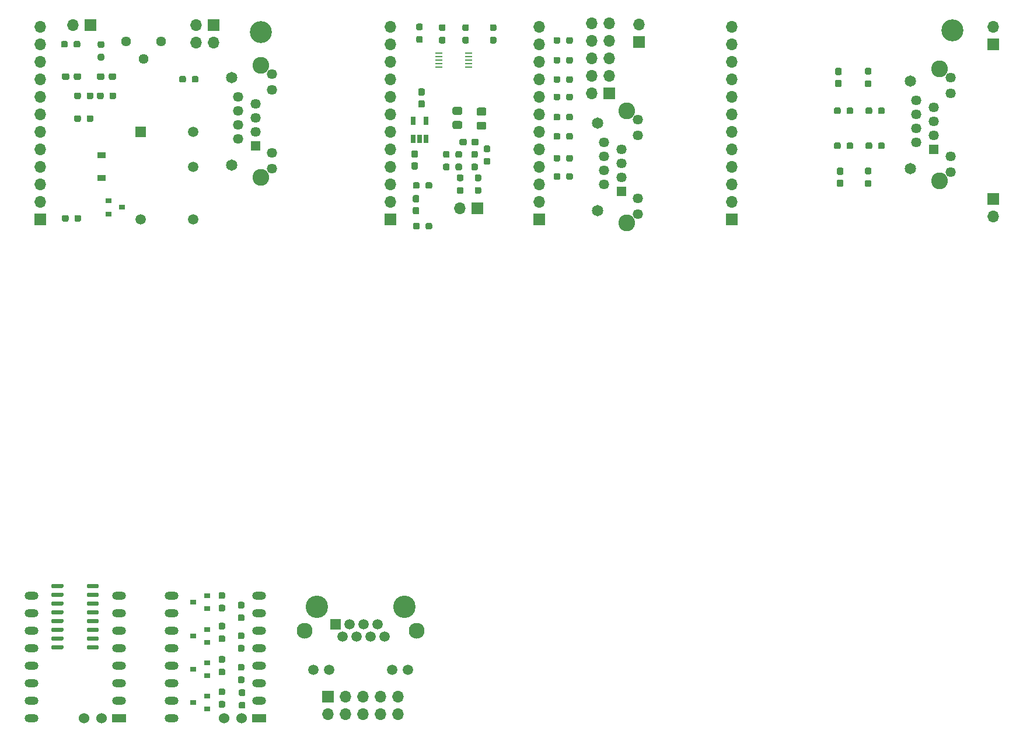
<source format=gts>
G04 #@! TF.GenerationSoftware,KiCad,Pcbnew,(5.1.9)-1*
G04 #@! TF.CreationDate,2021-03-12T17:13:45-06:00*
G04 #@! TF.ProjectId,Torch Module,546f7263-6820-44d6-9f64-756c652e6b69,rev?*
G04 #@! TF.SameCoordinates,Original*
G04 #@! TF.FileFunction,Soldermask,Top*
G04 #@! TF.FilePolarity,Negative*
%FSLAX46Y46*%
G04 Gerber Fmt 4.6, Leading zero omitted, Abs format (unit mm)*
G04 Created by KiCad (PCBNEW (5.1.9)-1) date 2021-03-12 17:13:45*
%MOMM*%
%LPD*%
G01*
G04 APERTURE LIST*
%ADD10C,1.650000*%
%ADD11C,2.430000*%
%ADD12C,1.462000*%
%ADD13R,1.462000X1.462000*%
%ADD14C,3.200000*%
%ADD15C,1.524000*%
%ADD16O,2.000000X1.200000*%
%ADD17R,2.000000X1.200000*%
%ADD18R,1.200000X0.900000*%
%ADD19R,1.700000X1.700000*%
%ADD20O,1.700000X1.700000*%
%ADD21R,1.501140X1.501140*%
%ADD22C,1.501140*%
%ADD23R,0.900000X0.800000*%
%ADD24C,1.440000*%
%ADD25R,0.650000X1.220000*%
%ADD26R,1.100000X0.250000*%
%ADD27R,1.500000X1.500000*%
%ADD28C,1.500000*%
%ADD29C,3.250000*%
%ADD30C,2.300000*%
G04 APERTURE END LIST*
D10*
X102742000Y-83572000D03*
X102742000Y-70872000D03*
D11*
X106982000Y-85352000D03*
X106982000Y-69092000D03*
D12*
X108582000Y-70362000D03*
X108582000Y-72652000D03*
X108582000Y-81792000D03*
X108582000Y-84082000D03*
X103632000Y-73652000D03*
X106172000Y-74672000D03*
X103632000Y-75692000D03*
X106172000Y-76712000D03*
X103632000Y-77732000D03*
X106172000Y-78752000D03*
X103632000Y-79772000D03*
D13*
X106172000Y-80792000D03*
X204598000Y-81294000D03*
D12*
X202058000Y-80274000D03*
X204598000Y-79254000D03*
X202058000Y-78234000D03*
X204598000Y-77214000D03*
X202058000Y-76194000D03*
X204598000Y-75174000D03*
X202058000Y-74154000D03*
X207008000Y-84584000D03*
X207008000Y-82294000D03*
X207008000Y-73154000D03*
X207008000Y-70864000D03*
D11*
X205408000Y-69594000D03*
X205408000Y-85854000D03*
D10*
X201168000Y-71374000D03*
X201168000Y-84074000D03*
X155828000Y-90168000D03*
X155828000Y-77468000D03*
D11*
X160068000Y-91948000D03*
X160068000Y-75688000D03*
D12*
X161668000Y-76958000D03*
X161668000Y-79248000D03*
X161668000Y-88388000D03*
X161668000Y-90678000D03*
X156718000Y-80248000D03*
X159258000Y-81268000D03*
X156718000Y-82288000D03*
X159258000Y-83308000D03*
X156718000Y-84328000D03*
X159258000Y-85348000D03*
X156718000Y-86368000D03*
D13*
X159258000Y-87388000D03*
D14*
X207264000Y-64008000D03*
X106934000Y-64262000D03*
D15*
X104140000Y-163830000D03*
X101600000Y-163830000D03*
D16*
X106680000Y-146050000D03*
X93980000Y-146050000D03*
X106680000Y-148590000D03*
X93980000Y-148590000D03*
X106680000Y-151130000D03*
X93980000Y-151130000D03*
X106680000Y-153670000D03*
X93980000Y-153670000D03*
X106680000Y-156210000D03*
X93980000Y-156210000D03*
X106680000Y-158750000D03*
X93980000Y-158750000D03*
X106680000Y-161290000D03*
X93980000Y-161290000D03*
D17*
X106680000Y-163830000D03*
D16*
X93980000Y-163830000D03*
D15*
X83820000Y-163830000D03*
X81280000Y-163830000D03*
D16*
X86360000Y-146050000D03*
X73660000Y-146050000D03*
X86360000Y-148590000D03*
X73660000Y-148590000D03*
X86360000Y-151130000D03*
X73660000Y-151130000D03*
X86360000Y-153670000D03*
X73660000Y-153670000D03*
X86360000Y-156210000D03*
X73660000Y-156210000D03*
X86360000Y-158750000D03*
X73660000Y-158750000D03*
X86360000Y-161290000D03*
X73660000Y-161290000D03*
D17*
X86360000Y-163830000D03*
D16*
X73660000Y-163830000D03*
G36*
G01*
X85979460Y-73298040D02*
X85979460Y-73773040D01*
G75*
G02*
X85741960Y-74010540I-237500J0D01*
G01*
X85241960Y-74010540D01*
G75*
G02*
X85004460Y-73773040I0J237500D01*
G01*
X85004460Y-73298040D01*
G75*
G02*
X85241960Y-73060540I237500J0D01*
G01*
X85741960Y-73060540D01*
G75*
G02*
X85979460Y-73298040I0J-237500D01*
G01*
G37*
G36*
G01*
X84154460Y-73298040D02*
X84154460Y-73773040D01*
G75*
G02*
X83916960Y-74010540I-237500J0D01*
G01*
X83416960Y-74010540D01*
G75*
G02*
X83179460Y-73773040I0J237500D01*
G01*
X83179460Y-73298040D01*
G75*
G02*
X83416960Y-73060540I237500J0D01*
G01*
X83916960Y-73060540D01*
G75*
G02*
X84154460Y-73298040I0J-237500D01*
G01*
G37*
G36*
G01*
X80899460Y-70504040D02*
X80899460Y-70979040D01*
G75*
G02*
X80661960Y-71216540I-237500J0D01*
G01*
X80061960Y-71216540D01*
G75*
G02*
X79824460Y-70979040I0J237500D01*
G01*
X79824460Y-70504040D01*
G75*
G02*
X80061960Y-70266540I237500J0D01*
G01*
X80661960Y-70266540D01*
G75*
G02*
X80899460Y-70504040I0J-237500D01*
G01*
G37*
G36*
G01*
X79174460Y-70504040D02*
X79174460Y-70979040D01*
G75*
G02*
X78936960Y-71216540I-237500J0D01*
G01*
X78336960Y-71216540D01*
G75*
G02*
X78099460Y-70979040I0J237500D01*
G01*
X78099460Y-70504040D01*
G75*
G02*
X78336960Y-70266540I237500J0D01*
G01*
X78936960Y-70266540D01*
G75*
G02*
X79174460Y-70504040I0J-237500D01*
G01*
G37*
G36*
G01*
X84254460Y-70504040D02*
X84254460Y-70979040D01*
G75*
G02*
X84016960Y-71216540I-237500J0D01*
G01*
X83416960Y-71216540D01*
G75*
G02*
X83179460Y-70979040I0J237500D01*
G01*
X83179460Y-70504040D01*
G75*
G02*
X83416960Y-70266540I237500J0D01*
G01*
X84016960Y-70266540D01*
G75*
G02*
X84254460Y-70504040I0J-237500D01*
G01*
G37*
G36*
G01*
X85979460Y-70504040D02*
X85979460Y-70979040D01*
G75*
G02*
X85741960Y-71216540I-237500J0D01*
G01*
X85141960Y-71216540D01*
G75*
G02*
X84904460Y-70979040I0J237500D01*
G01*
X84904460Y-70504040D01*
G75*
G02*
X85141960Y-70266540I237500J0D01*
G01*
X85741960Y-70266540D01*
G75*
G02*
X85979460Y-70504040I0J-237500D01*
G01*
G37*
D18*
X83817460Y-82172540D03*
X83817460Y-85472540D03*
D19*
X74930000Y-91440000D03*
D20*
X74930000Y-88900000D03*
X74930000Y-86360000D03*
X74930000Y-83820000D03*
X74930000Y-81280000D03*
X74930000Y-78740000D03*
X74930000Y-76200000D03*
X74930000Y-73660000D03*
X74930000Y-71120000D03*
X74930000Y-68580000D03*
X74930000Y-66040000D03*
X74930000Y-63500000D03*
D21*
X89532460Y-78742540D03*
D22*
X97152460Y-78742540D03*
X97152460Y-83822540D03*
X89532460Y-91442540D03*
X97152460Y-91442540D03*
D23*
X84849460Y-88765340D03*
X84849460Y-90665340D03*
X86849460Y-89715340D03*
G36*
G01*
X97920000Y-70882500D02*
X97920000Y-71357500D01*
G75*
G02*
X97682500Y-71595000I-237500J0D01*
G01*
X97182500Y-71595000D01*
G75*
G02*
X96945000Y-71357500I0J237500D01*
G01*
X96945000Y-70882500D01*
G75*
G02*
X97182500Y-70645000I237500J0D01*
G01*
X97682500Y-70645000D01*
G75*
G02*
X97920000Y-70882500I0J-237500D01*
G01*
G37*
G36*
G01*
X96095000Y-70882500D02*
X96095000Y-71357500D01*
G75*
G02*
X95857500Y-71595000I-237500J0D01*
G01*
X95357500Y-71595000D01*
G75*
G02*
X95120000Y-71357500I0J237500D01*
G01*
X95120000Y-70882500D01*
G75*
G02*
X95357500Y-70645000I237500J0D01*
G01*
X95857500Y-70645000D01*
G75*
G02*
X96095000Y-70882500I0J-237500D01*
G01*
G37*
G36*
G01*
X83539960Y-65607540D02*
X84014960Y-65607540D01*
G75*
G02*
X84252460Y-65845040I0J-237500D01*
G01*
X84252460Y-66345040D01*
G75*
G02*
X84014960Y-66582540I-237500J0D01*
G01*
X83539960Y-66582540D01*
G75*
G02*
X83302460Y-66345040I0J237500D01*
G01*
X83302460Y-65845040D01*
G75*
G02*
X83539960Y-65607540I237500J0D01*
G01*
G37*
G36*
G01*
X83539960Y-67432540D02*
X84014960Y-67432540D01*
G75*
G02*
X84252460Y-67670040I0J-237500D01*
G01*
X84252460Y-68170040D01*
G75*
G02*
X84014960Y-68407540I-237500J0D01*
G01*
X83539960Y-68407540D01*
G75*
G02*
X83302460Y-68170040I0J237500D01*
G01*
X83302460Y-67670040D01*
G75*
G02*
X83539960Y-67432540I237500J0D01*
G01*
G37*
G36*
G01*
X79074460Y-91078040D02*
X79074460Y-91553040D01*
G75*
G02*
X78836960Y-91790540I-237500J0D01*
G01*
X78336960Y-91790540D01*
G75*
G02*
X78099460Y-91553040I0J237500D01*
G01*
X78099460Y-91078040D01*
G75*
G02*
X78336960Y-90840540I237500J0D01*
G01*
X78836960Y-90840540D01*
G75*
G02*
X79074460Y-91078040I0J-237500D01*
G01*
G37*
G36*
G01*
X80899460Y-91078040D02*
X80899460Y-91553040D01*
G75*
G02*
X80661960Y-91790540I-237500J0D01*
G01*
X80161960Y-91790540D01*
G75*
G02*
X79924460Y-91553040I0J237500D01*
G01*
X79924460Y-91078040D01*
G75*
G02*
X80161960Y-90840540I237500J0D01*
G01*
X80661960Y-90840540D01*
G75*
G02*
X80899460Y-91078040I0J-237500D01*
G01*
G37*
G36*
G01*
X77972460Y-66280040D02*
X77972460Y-65805040D01*
G75*
G02*
X78209960Y-65567540I237500J0D01*
G01*
X78709960Y-65567540D01*
G75*
G02*
X78947460Y-65805040I0J-237500D01*
G01*
X78947460Y-66280040D01*
G75*
G02*
X78709960Y-66517540I-237500J0D01*
G01*
X78209960Y-66517540D01*
G75*
G02*
X77972460Y-66280040I0J237500D01*
G01*
G37*
G36*
G01*
X79797460Y-66280040D02*
X79797460Y-65805040D01*
G75*
G02*
X80034960Y-65567540I237500J0D01*
G01*
X80534960Y-65567540D01*
G75*
G02*
X80772460Y-65805040I0J-237500D01*
G01*
X80772460Y-66280040D01*
G75*
G02*
X80534960Y-66517540I-237500J0D01*
G01*
X80034960Y-66517540D01*
G75*
G02*
X79797460Y-66280040I0J237500D01*
G01*
G37*
G36*
G01*
X83462540Y-153395540D02*
X83462540Y-153695540D01*
G75*
G02*
X83312540Y-153845540I-150000J0D01*
G01*
X81862540Y-153845540D01*
G75*
G02*
X81712540Y-153695540I0J150000D01*
G01*
X81712540Y-153395540D01*
G75*
G02*
X81862540Y-153245540I150000J0D01*
G01*
X83312540Y-153245540D01*
G75*
G02*
X83462540Y-153395540I0J-150000D01*
G01*
G37*
G36*
G01*
X83462540Y-152125540D02*
X83462540Y-152425540D01*
G75*
G02*
X83312540Y-152575540I-150000J0D01*
G01*
X81862540Y-152575540D01*
G75*
G02*
X81712540Y-152425540I0J150000D01*
G01*
X81712540Y-152125540D01*
G75*
G02*
X81862540Y-151975540I150000J0D01*
G01*
X83312540Y-151975540D01*
G75*
G02*
X83462540Y-152125540I0J-150000D01*
G01*
G37*
G36*
G01*
X83462540Y-150855540D02*
X83462540Y-151155540D01*
G75*
G02*
X83312540Y-151305540I-150000J0D01*
G01*
X81862540Y-151305540D01*
G75*
G02*
X81712540Y-151155540I0J150000D01*
G01*
X81712540Y-150855540D01*
G75*
G02*
X81862540Y-150705540I150000J0D01*
G01*
X83312540Y-150705540D01*
G75*
G02*
X83462540Y-150855540I0J-150000D01*
G01*
G37*
G36*
G01*
X83462540Y-149585540D02*
X83462540Y-149885540D01*
G75*
G02*
X83312540Y-150035540I-150000J0D01*
G01*
X81862540Y-150035540D01*
G75*
G02*
X81712540Y-149885540I0J150000D01*
G01*
X81712540Y-149585540D01*
G75*
G02*
X81862540Y-149435540I150000J0D01*
G01*
X83312540Y-149435540D01*
G75*
G02*
X83462540Y-149585540I0J-150000D01*
G01*
G37*
G36*
G01*
X83462540Y-148315540D02*
X83462540Y-148615540D01*
G75*
G02*
X83312540Y-148765540I-150000J0D01*
G01*
X81862540Y-148765540D01*
G75*
G02*
X81712540Y-148615540I0J150000D01*
G01*
X81712540Y-148315540D01*
G75*
G02*
X81862540Y-148165540I150000J0D01*
G01*
X83312540Y-148165540D01*
G75*
G02*
X83462540Y-148315540I0J-150000D01*
G01*
G37*
G36*
G01*
X83462540Y-147045540D02*
X83462540Y-147345540D01*
G75*
G02*
X83312540Y-147495540I-150000J0D01*
G01*
X81862540Y-147495540D01*
G75*
G02*
X81712540Y-147345540I0J150000D01*
G01*
X81712540Y-147045540D01*
G75*
G02*
X81862540Y-146895540I150000J0D01*
G01*
X83312540Y-146895540D01*
G75*
G02*
X83462540Y-147045540I0J-150000D01*
G01*
G37*
G36*
G01*
X83462540Y-145775540D02*
X83462540Y-146075540D01*
G75*
G02*
X83312540Y-146225540I-150000J0D01*
G01*
X81862540Y-146225540D01*
G75*
G02*
X81712540Y-146075540I0J150000D01*
G01*
X81712540Y-145775540D01*
G75*
G02*
X81862540Y-145625540I150000J0D01*
G01*
X83312540Y-145625540D01*
G75*
G02*
X83462540Y-145775540I0J-150000D01*
G01*
G37*
G36*
G01*
X83462540Y-144505540D02*
X83462540Y-144805540D01*
G75*
G02*
X83312540Y-144955540I-150000J0D01*
G01*
X81862540Y-144955540D01*
G75*
G02*
X81712540Y-144805540I0J150000D01*
G01*
X81712540Y-144505540D01*
G75*
G02*
X81862540Y-144355540I150000J0D01*
G01*
X83312540Y-144355540D01*
G75*
G02*
X83462540Y-144505540I0J-150000D01*
G01*
G37*
G36*
G01*
X78312540Y-144505540D02*
X78312540Y-144805540D01*
G75*
G02*
X78162540Y-144955540I-150000J0D01*
G01*
X76712540Y-144955540D01*
G75*
G02*
X76562540Y-144805540I0J150000D01*
G01*
X76562540Y-144505540D01*
G75*
G02*
X76712540Y-144355540I150000J0D01*
G01*
X78162540Y-144355540D01*
G75*
G02*
X78312540Y-144505540I0J-150000D01*
G01*
G37*
G36*
G01*
X78312540Y-145775540D02*
X78312540Y-146075540D01*
G75*
G02*
X78162540Y-146225540I-150000J0D01*
G01*
X76712540Y-146225540D01*
G75*
G02*
X76562540Y-146075540I0J150000D01*
G01*
X76562540Y-145775540D01*
G75*
G02*
X76712540Y-145625540I150000J0D01*
G01*
X78162540Y-145625540D01*
G75*
G02*
X78312540Y-145775540I0J-150000D01*
G01*
G37*
G36*
G01*
X78312540Y-147045540D02*
X78312540Y-147345540D01*
G75*
G02*
X78162540Y-147495540I-150000J0D01*
G01*
X76712540Y-147495540D01*
G75*
G02*
X76562540Y-147345540I0J150000D01*
G01*
X76562540Y-147045540D01*
G75*
G02*
X76712540Y-146895540I150000J0D01*
G01*
X78162540Y-146895540D01*
G75*
G02*
X78312540Y-147045540I0J-150000D01*
G01*
G37*
G36*
G01*
X78312540Y-148315540D02*
X78312540Y-148615540D01*
G75*
G02*
X78162540Y-148765540I-150000J0D01*
G01*
X76712540Y-148765540D01*
G75*
G02*
X76562540Y-148615540I0J150000D01*
G01*
X76562540Y-148315540D01*
G75*
G02*
X76712540Y-148165540I150000J0D01*
G01*
X78162540Y-148165540D01*
G75*
G02*
X78312540Y-148315540I0J-150000D01*
G01*
G37*
G36*
G01*
X78312540Y-149585540D02*
X78312540Y-149885540D01*
G75*
G02*
X78162540Y-150035540I-150000J0D01*
G01*
X76712540Y-150035540D01*
G75*
G02*
X76562540Y-149885540I0J150000D01*
G01*
X76562540Y-149585540D01*
G75*
G02*
X76712540Y-149435540I150000J0D01*
G01*
X78162540Y-149435540D01*
G75*
G02*
X78312540Y-149585540I0J-150000D01*
G01*
G37*
G36*
G01*
X78312540Y-150855540D02*
X78312540Y-151155540D01*
G75*
G02*
X78162540Y-151305540I-150000J0D01*
G01*
X76712540Y-151305540D01*
G75*
G02*
X76562540Y-151155540I0J150000D01*
G01*
X76562540Y-150855540D01*
G75*
G02*
X76712540Y-150705540I150000J0D01*
G01*
X78162540Y-150705540D01*
G75*
G02*
X78312540Y-150855540I0J-150000D01*
G01*
G37*
G36*
G01*
X78312540Y-152125540D02*
X78312540Y-152425540D01*
G75*
G02*
X78162540Y-152575540I-150000J0D01*
G01*
X76712540Y-152575540D01*
G75*
G02*
X76562540Y-152425540I0J150000D01*
G01*
X76562540Y-152125540D01*
G75*
G02*
X76712540Y-151975540I150000J0D01*
G01*
X78162540Y-151975540D01*
G75*
G02*
X78312540Y-152125540I0J-150000D01*
G01*
G37*
G36*
G01*
X78312540Y-153395540D02*
X78312540Y-153695540D01*
G75*
G02*
X78162540Y-153845540I-150000J0D01*
G01*
X76712540Y-153845540D01*
G75*
G02*
X76562540Y-153695540I0J150000D01*
G01*
X76562540Y-153395540D01*
G75*
G02*
X76712540Y-153245540I150000J0D01*
G01*
X78162540Y-153245540D01*
G75*
G02*
X78312540Y-153395540I0J-150000D01*
G01*
G37*
D19*
X116704980Y-160745300D03*
D20*
X116704980Y-163285300D03*
X119244980Y-160745300D03*
X119244980Y-163285300D03*
X121784980Y-160745300D03*
X121784980Y-163285300D03*
X124324980Y-160745300D03*
X124324980Y-163285300D03*
X126864980Y-160745300D03*
X126864980Y-163285300D03*
G36*
G01*
X190516500Y-69468540D02*
X190991500Y-69468540D01*
G75*
G02*
X191229000Y-69706040I0J-237500D01*
G01*
X191229000Y-70306040D01*
G75*
G02*
X190991500Y-70543540I-237500J0D01*
G01*
X190516500Y-70543540D01*
G75*
G02*
X190279000Y-70306040I0J237500D01*
G01*
X190279000Y-69706040D01*
G75*
G02*
X190516500Y-69468540I237500J0D01*
G01*
G37*
G36*
G01*
X190516500Y-71193540D02*
X190991500Y-71193540D01*
G75*
G02*
X191229000Y-71431040I0J-237500D01*
G01*
X191229000Y-72031040D01*
G75*
G02*
X190991500Y-72268540I-237500J0D01*
G01*
X190516500Y-72268540D01*
G75*
G02*
X190279000Y-72031040I0J237500D01*
G01*
X190279000Y-71431040D01*
G75*
G02*
X190516500Y-71193540I237500J0D01*
G01*
G37*
G36*
G01*
X191245500Y-85021540D02*
X190770500Y-85021540D01*
G75*
G02*
X190533000Y-84784040I0J237500D01*
G01*
X190533000Y-84184040D01*
G75*
G02*
X190770500Y-83946540I237500J0D01*
G01*
X191245500Y-83946540D01*
G75*
G02*
X191483000Y-84184040I0J-237500D01*
G01*
X191483000Y-84784040D01*
G75*
G02*
X191245500Y-85021540I-237500J0D01*
G01*
G37*
G36*
G01*
X191245500Y-86746540D02*
X190770500Y-86746540D01*
G75*
G02*
X190533000Y-86509040I0J237500D01*
G01*
X190533000Y-85909040D01*
G75*
G02*
X190770500Y-85671540I237500J0D01*
G01*
X191245500Y-85671540D01*
G75*
G02*
X191483000Y-85909040I0J-237500D01*
G01*
X191483000Y-86509040D01*
G75*
G02*
X191245500Y-86746540I-237500J0D01*
G01*
G37*
D19*
X175260000Y-91440000D03*
D20*
X175260000Y-88900000D03*
X175260000Y-86360000D03*
X175260000Y-83820000D03*
X175260000Y-81280000D03*
X175260000Y-78740000D03*
X175260000Y-76200000D03*
X175260000Y-73660000D03*
X175260000Y-71120000D03*
X175260000Y-68580000D03*
X175260000Y-66040000D03*
X175260000Y-63500000D03*
G36*
G01*
X195663000Y-75457040D02*
X195663000Y-75932040D01*
G75*
G02*
X195425500Y-76169540I-237500J0D01*
G01*
X194925500Y-76169540D01*
G75*
G02*
X194688000Y-75932040I0J237500D01*
G01*
X194688000Y-75457040D01*
G75*
G02*
X194925500Y-75219540I237500J0D01*
G01*
X195425500Y-75219540D01*
G75*
G02*
X195663000Y-75457040I0J-237500D01*
G01*
G37*
G36*
G01*
X197488000Y-75457040D02*
X197488000Y-75932040D01*
G75*
G02*
X197250500Y-76169540I-237500J0D01*
G01*
X196750500Y-76169540D01*
G75*
G02*
X196513000Y-75932040I0J237500D01*
G01*
X196513000Y-75457040D01*
G75*
G02*
X196750500Y-75219540I237500J0D01*
G01*
X197250500Y-75219540D01*
G75*
G02*
X197488000Y-75457040I0J-237500D01*
G01*
G37*
G36*
G01*
X197488000Y-80537040D02*
X197488000Y-81012040D01*
G75*
G02*
X197250500Y-81249540I-237500J0D01*
G01*
X196750500Y-81249540D01*
G75*
G02*
X196513000Y-81012040I0J237500D01*
G01*
X196513000Y-80537040D01*
G75*
G02*
X196750500Y-80299540I237500J0D01*
G01*
X197250500Y-80299540D01*
G75*
G02*
X197488000Y-80537040I0J-237500D01*
G01*
G37*
G36*
G01*
X195663000Y-80537040D02*
X195663000Y-81012040D01*
G75*
G02*
X195425500Y-81249540I-237500J0D01*
G01*
X194925500Y-81249540D01*
G75*
G02*
X194688000Y-81012040I0J237500D01*
G01*
X194688000Y-80537040D01*
G75*
G02*
X194925500Y-80299540I237500J0D01*
G01*
X195425500Y-80299540D01*
G75*
G02*
X195663000Y-80537040I0J-237500D01*
G01*
G37*
G36*
G01*
X195309500Y-72268540D02*
X194834500Y-72268540D01*
G75*
G02*
X194597000Y-72031040I0J237500D01*
G01*
X194597000Y-71531040D01*
G75*
G02*
X194834500Y-71293540I237500J0D01*
G01*
X195309500Y-71293540D01*
G75*
G02*
X195547000Y-71531040I0J-237500D01*
G01*
X195547000Y-72031040D01*
G75*
G02*
X195309500Y-72268540I-237500J0D01*
G01*
G37*
G36*
G01*
X195309500Y-70443540D02*
X194834500Y-70443540D01*
G75*
G02*
X194597000Y-70206040I0J237500D01*
G01*
X194597000Y-69706040D01*
G75*
G02*
X194834500Y-69468540I237500J0D01*
G01*
X195309500Y-69468540D01*
G75*
G02*
X195547000Y-69706040I0J-237500D01*
G01*
X195547000Y-70206040D01*
G75*
G02*
X195309500Y-70443540I-237500J0D01*
G01*
G37*
G36*
G01*
X194834500Y-85771540D02*
X195309500Y-85771540D01*
G75*
G02*
X195547000Y-86009040I0J-237500D01*
G01*
X195547000Y-86509040D01*
G75*
G02*
X195309500Y-86746540I-237500J0D01*
G01*
X194834500Y-86746540D01*
G75*
G02*
X194597000Y-86509040I0J237500D01*
G01*
X194597000Y-86009040D01*
G75*
G02*
X194834500Y-85771540I237500J0D01*
G01*
G37*
G36*
G01*
X194834500Y-83946540D02*
X195309500Y-83946540D01*
G75*
G02*
X195547000Y-84184040I0J-237500D01*
G01*
X195547000Y-84684040D01*
G75*
G02*
X195309500Y-84921540I-237500J0D01*
G01*
X194834500Y-84921540D01*
G75*
G02*
X194597000Y-84684040I0J237500D01*
G01*
X194597000Y-84184040D01*
G75*
G02*
X194834500Y-83946540I237500J0D01*
G01*
G37*
G36*
G01*
X191941000Y-75932040D02*
X191941000Y-75457040D01*
G75*
G02*
X192178500Y-75219540I237500J0D01*
G01*
X192678500Y-75219540D01*
G75*
G02*
X192916000Y-75457040I0J-237500D01*
G01*
X192916000Y-75932040D01*
G75*
G02*
X192678500Y-76169540I-237500J0D01*
G01*
X192178500Y-76169540D01*
G75*
G02*
X191941000Y-75932040I0J237500D01*
G01*
G37*
G36*
G01*
X190116000Y-75932040D02*
X190116000Y-75457040D01*
G75*
G02*
X190353500Y-75219540I237500J0D01*
G01*
X190853500Y-75219540D01*
G75*
G02*
X191091000Y-75457040I0J-237500D01*
G01*
X191091000Y-75932040D01*
G75*
G02*
X190853500Y-76169540I-237500J0D01*
G01*
X190353500Y-76169540D01*
G75*
G02*
X190116000Y-75932040I0J237500D01*
G01*
G37*
G36*
G01*
X190116000Y-81012040D02*
X190116000Y-80537040D01*
G75*
G02*
X190353500Y-80299540I237500J0D01*
G01*
X190853500Y-80299540D01*
G75*
G02*
X191091000Y-80537040I0J-237500D01*
G01*
X191091000Y-81012040D01*
G75*
G02*
X190853500Y-81249540I-237500J0D01*
G01*
X190353500Y-81249540D01*
G75*
G02*
X190116000Y-81012040I0J237500D01*
G01*
G37*
G36*
G01*
X191941000Y-81012040D02*
X191941000Y-80537040D01*
G75*
G02*
X192178500Y-80299540I237500J0D01*
G01*
X192678500Y-80299540D01*
G75*
G02*
X192916000Y-80537040I0J-237500D01*
G01*
X192916000Y-81012040D01*
G75*
G02*
X192678500Y-81249540I-237500J0D01*
G01*
X192178500Y-81249540D01*
G75*
G02*
X191941000Y-81012040I0J237500D01*
G01*
G37*
D19*
X147320000Y-91440000D03*
D20*
X147320000Y-88900000D03*
X147320000Y-86360000D03*
X147320000Y-83820000D03*
X147320000Y-81280000D03*
X147320000Y-78740000D03*
X147320000Y-76200000D03*
X147320000Y-73660000D03*
X147320000Y-71120000D03*
X147320000Y-68580000D03*
X147320000Y-66040000D03*
X147320000Y-63500000D03*
G36*
G01*
X82677460Y-73298040D02*
X82677460Y-73773040D01*
G75*
G02*
X82439960Y-74010540I-237500J0D01*
G01*
X81939960Y-74010540D01*
G75*
G02*
X81702460Y-73773040I0J237500D01*
G01*
X81702460Y-73298040D01*
G75*
G02*
X81939960Y-73060540I237500J0D01*
G01*
X82439960Y-73060540D01*
G75*
G02*
X82677460Y-73298040I0J-237500D01*
G01*
G37*
G36*
G01*
X80852460Y-73298040D02*
X80852460Y-73773040D01*
G75*
G02*
X80614960Y-74010540I-237500J0D01*
G01*
X80114960Y-74010540D01*
G75*
G02*
X79877460Y-73773040I0J237500D01*
G01*
X79877460Y-73298040D01*
G75*
G02*
X80114960Y-73060540I237500J0D01*
G01*
X80614960Y-73060540D01*
G75*
G02*
X80852460Y-73298040I0J-237500D01*
G01*
G37*
G36*
G01*
X80852460Y-76600040D02*
X80852460Y-77075040D01*
G75*
G02*
X80614960Y-77312540I-237500J0D01*
G01*
X80114960Y-77312540D01*
G75*
G02*
X79877460Y-77075040I0J237500D01*
G01*
X79877460Y-76600040D01*
G75*
G02*
X80114960Y-76362540I237500J0D01*
G01*
X80614960Y-76362540D01*
G75*
G02*
X80852460Y-76600040I0J-237500D01*
G01*
G37*
G36*
G01*
X82677460Y-76600040D02*
X82677460Y-77075040D01*
G75*
G02*
X82439960Y-77312540I-237500J0D01*
G01*
X81939960Y-77312540D01*
G75*
G02*
X81702460Y-77075040I0J237500D01*
G01*
X81702460Y-76600040D01*
G75*
G02*
X81939960Y-76362540I237500J0D01*
G01*
X82439960Y-76362540D01*
G75*
G02*
X82677460Y-76600040I0J-237500D01*
G01*
G37*
D24*
X92453460Y-65661540D03*
X89913460Y-68201540D03*
X87373460Y-65661540D03*
D19*
X157480000Y-73190100D03*
D20*
X154940000Y-73190100D03*
X157480000Y-70650100D03*
X154940000Y-70650100D03*
X157480000Y-68110100D03*
X154940000Y-68110100D03*
X157480000Y-65570100D03*
X154940000Y-65570100D03*
X157480000Y-63030100D03*
X154940000Y-63030100D03*
D23*
X97143060Y-161559240D03*
X99143060Y-160609240D03*
X99143060Y-162509240D03*
X97143060Y-151907240D03*
X99143060Y-150957240D03*
X99143060Y-152857240D03*
X99143060Y-157683240D03*
X99143060Y-155783240D03*
X97143060Y-156733240D03*
X99159060Y-147970240D03*
X99159060Y-146070240D03*
X97159060Y-147020240D03*
G36*
G01*
X104476560Y-162451240D02*
X104001560Y-162451240D01*
G75*
G02*
X103764060Y-162213740I0J237500D01*
G01*
X103764060Y-161713740D01*
G75*
G02*
X104001560Y-161476240I237500J0D01*
G01*
X104476560Y-161476240D01*
G75*
G02*
X104714060Y-161713740I0J-237500D01*
G01*
X104714060Y-162213740D01*
G75*
G02*
X104476560Y-162451240I-237500J0D01*
G01*
G37*
G36*
G01*
X104476560Y-160626240D02*
X104001560Y-160626240D01*
G75*
G02*
X103764060Y-160388740I0J237500D01*
G01*
X103764060Y-159888740D01*
G75*
G02*
X104001560Y-159651240I237500J0D01*
G01*
X104476560Y-159651240D01*
G75*
G02*
X104714060Y-159888740I0J-237500D01*
G01*
X104714060Y-160388740D01*
G75*
G02*
X104476560Y-160626240I-237500J0D01*
G01*
G37*
G36*
G01*
X101555560Y-160499240D02*
X101080560Y-160499240D01*
G75*
G02*
X100843060Y-160261740I0J237500D01*
G01*
X100843060Y-159761740D01*
G75*
G02*
X101080560Y-159524240I237500J0D01*
G01*
X101555560Y-159524240D01*
G75*
G02*
X101793060Y-159761740I0J-237500D01*
G01*
X101793060Y-160261740D01*
G75*
G02*
X101555560Y-160499240I-237500J0D01*
G01*
G37*
G36*
G01*
X101555560Y-162324240D02*
X101080560Y-162324240D01*
G75*
G02*
X100843060Y-162086740I0J237500D01*
G01*
X100843060Y-161586740D01*
G75*
G02*
X101080560Y-161349240I237500J0D01*
G01*
X101555560Y-161349240D01*
G75*
G02*
X101793060Y-161586740I0J-237500D01*
G01*
X101793060Y-162086740D01*
G75*
G02*
X101555560Y-162324240I-237500J0D01*
G01*
G37*
G36*
G01*
X104349560Y-154196240D02*
X103874560Y-154196240D01*
G75*
G02*
X103637060Y-153958740I0J237500D01*
G01*
X103637060Y-153458740D01*
G75*
G02*
X103874560Y-153221240I237500J0D01*
G01*
X104349560Y-153221240D01*
G75*
G02*
X104587060Y-153458740I0J-237500D01*
G01*
X104587060Y-153958740D01*
G75*
G02*
X104349560Y-154196240I-237500J0D01*
G01*
G37*
G36*
G01*
X104349560Y-152371240D02*
X103874560Y-152371240D01*
G75*
G02*
X103637060Y-152133740I0J237500D01*
G01*
X103637060Y-151633740D01*
G75*
G02*
X103874560Y-151396240I237500J0D01*
G01*
X104349560Y-151396240D01*
G75*
G02*
X104587060Y-151633740I0J-237500D01*
G01*
X104587060Y-152133740D01*
G75*
G02*
X104349560Y-152371240I-237500J0D01*
G01*
G37*
G36*
G01*
X101555560Y-150974240D02*
X101080560Y-150974240D01*
G75*
G02*
X100843060Y-150736740I0J237500D01*
G01*
X100843060Y-150236740D01*
G75*
G02*
X101080560Y-149999240I237500J0D01*
G01*
X101555560Y-149999240D01*
G75*
G02*
X101793060Y-150236740I0J-237500D01*
G01*
X101793060Y-150736740D01*
G75*
G02*
X101555560Y-150974240I-237500J0D01*
G01*
G37*
G36*
G01*
X101555560Y-152799240D02*
X101080560Y-152799240D01*
G75*
G02*
X100843060Y-152561740I0J237500D01*
G01*
X100843060Y-152061740D01*
G75*
G02*
X101080560Y-151824240I237500J0D01*
G01*
X101555560Y-151824240D01*
G75*
G02*
X101793060Y-152061740I0J-237500D01*
G01*
X101793060Y-152561740D01*
G75*
G02*
X101555560Y-152799240I-237500J0D01*
G01*
G37*
G36*
G01*
X104349560Y-158768240D02*
X103874560Y-158768240D01*
G75*
G02*
X103637060Y-158530740I0J237500D01*
G01*
X103637060Y-158030740D01*
G75*
G02*
X103874560Y-157793240I237500J0D01*
G01*
X104349560Y-157793240D01*
G75*
G02*
X104587060Y-158030740I0J-237500D01*
G01*
X104587060Y-158530740D01*
G75*
G02*
X104349560Y-158768240I-237500J0D01*
G01*
G37*
G36*
G01*
X104349560Y-156943240D02*
X103874560Y-156943240D01*
G75*
G02*
X103637060Y-156705740I0J237500D01*
G01*
X103637060Y-156205740D01*
G75*
G02*
X103874560Y-155968240I237500J0D01*
G01*
X104349560Y-155968240D01*
G75*
G02*
X104587060Y-156205740I0J-237500D01*
G01*
X104587060Y-156705740D01*
G75*
G02*
X104349560Y-156943240I-237500J0D01*
G01*
G37*
G36*
G01*
X101555560Y-155800240D02*
X101080560Y-155800240D01*
G75*
G02*
X100843060Y-155562740I0J237500D01*
G01*
X100843060Y-155062740D01*
G75*
G02*
X101080560Y-154825240I237500J0D01*
G01*
X101555560Y-154825240D01*
G75*
G02*
X101793060Y-155062740I0J-237500D01*
G01*
X101793060Y-155562740D01*
G75*
G02*
X101555560Y-155800240I-237500J0D01*
G01*
G37*
G36*
G01*
X101555560Y-157625240D02*
X101080560Y-157625240D01*
G75*
G02*
X100843060Y-157387740I0J237500D01*
G01*
X100843060Y-156887740D01*
G75*
G02*
X101080560Y-156650240I237500J0D01*
G01*
X101555560Y-156650240D01*
G75*
G02*
X101793060Y-156887740I0J-237500D01*
G01*
X101793060Y-157387740D01*
G75*
G02*
X101555560Y-157625240I-237500J0D01*
G01*
G37*
G36*
G01*
X104349560Y-149751240D02*
X103874560Y-149751240D01*
G75*
G02*
X103637060Y-149513740I0J237500D01*
G01*
X103637060Y-149013740D01*
G75*
G02*
X103874560Y-148776240I237500J0D01*
G01*
X104349560Y-148776240D01*
G75*
G02*
X104587060Y-149013740I0J-237500D01*
G01*
X104587060Y-149513740D01*
G75*
G02*
X104349560Y-149751240I-237500J0D01*
G01*
G37*
G36*
G01*
X104349560Y-147926240D02*
X103874560Y-147926240D01*
G75*
G02*
X103637060Y-147688740I0J237500D01*
G01*
X103637060Y-147188740D01*
G75*
G02*
X103874560Y-146951240I237500J0D01*
G01*
X104349560Y-146951240D01*
G75*
G02*
X104587060Y-147188740I0J-237500D01*
G01*
X104587060Y-147688740D01*
G75*
G02*
X104349560Y-147926240I-237500J0D01*
G01*
G37*
G36*
G01*
X101555560Y-146529240D02*
X101080560Y-146529240D01*
G75*
G02*
X100843060Y-146291740I0J237500D01*
G01*
X100843060Y-145791740D01*
G75*
G02*
X101080560Y-145554240I237500J0D01*
G01*
X101555560Y-145554240D01*
G75*
G02*
X101793060Y-145791740I0J-237500D01*
G01*
X101793060Y-146291740D01*
G75*
G02*
X101555560Y-146529240I-237500J0D01*
G01*
G37*
G36*
G01*
X101555560Y-148354240D02*
X101080560Y-148354240D01*
G75*
G02*
X100843060Y-148116740I0J237500D01*
G01*
X100843060Y-147616740D01*
G75*
G02*
X101080560Y-147379240I237500J0D01*
G01*
X101555560Y-147379240D01*
G75*
G02*
X101793060Y-147616740I0J-237500D01*
G01*
X101793060Y-148116740D01*
G75*
G02*
X101555560Y-148354240I-237500J0D01*
G01*
G37*
G36*
G01*
X149439000Y-85470600D02*
X149439000Y-84995600D01*
G75*
G02*
X149676500Y-84758100I237500J0D01*
G01*
X150176500Y-84758100D01*
G75*
G02*
X150414000Y-84995600I0J-237500D01*
G01*
X150414000Y-85470600D01*
G75*
G02*
X150176500Y-85708100I-237500J0D01*
G01*
X149676500Y-85708100D01*
G75*
G02*
X149439000Y-85470600I0J237500D01*
G01*
G37*
G36*
G01*
X151264000Y-85470600D02*
X151264000Y-84995600D01*
G75*
G02*
X151501500Y-84758100I237500J0D01*
G01*
X152001500Y-84758100D01*
G75*
G02*
X152239000Y-84995600I0J-237500D01*
G01*
X152239000Y-85470600D01*
G75*
G02*
X152001500Y-85708100I-237500J0D01*
G01*
X151501500Y-85708100D01*
G75*
G02*
X151264000Y-85470600I0J237500D01*
G01*
G37*
G36*
G01*
X151264000Y-82825600D02*
X151264000Y-82350600D01*
G75*
G02*
X151501500Y-82113100I237500J0D01*
G01*
X152001500Y-82113100D01*
G75*
G02*
X152239000Y-82350600I0J-237500D01*
G01*
X152239000Y-82825600D01*
G75*
G02*
X152001500Y-83063100I-237500J0D01*
G01*
X151501500Y-83063100D01*
G75*
G02*
X151264000Y-82825600I0J237500D01*
G01*
G37*
G36*
G01*
X149439000Y-82825600D02*
X149439000Y-82350600D01*
G75*
G02*
X149676500Y-82113100I237500J0D01*
G01*
X150176500Y-82113100D01*
G75*
G02*
X150414000Y-82350600I0J-237500D01*
G01*
X150414000Y-82825600D01*
G75*
G02*
X150176500Y-83063100I-237500J0D01*
G01*
X149676500Y-83063100D01*
G75*
G02*
X149439000Y-82825600I0J237500D01*
G01*
G37*
G36*
G01*
X149439000Y-79650600D02*
X149439000Y-79175600D01*
G75*
G02*
X149676500Y-78938100I237500J0D01*
G01*
X150176500Y-78938100D01*
G75*
G02*
X150414000Y-79175600I0J-237500D01*
G01*
X150414000Y-79650600D01*
G75*
G02*
X150176500Y-79888100I-237500J0D01*
G01*
X149676500Y-79888100D01*
G75*
G02*
X149439000Y-79650600I0J237500D01*
G01*
G37*
G36*
G01*
X151264000Y-79650600D02*
X151264000Y-79175600D01*
G75*
G02*
X151501500Y-78938100I237500J0D01*
G01*
X152001500Y-78938100D01*
G75*
G02*
X152239000Y-79175600I0J-237500D01*
G01*
X152239000Y-79650600D01*
G75*
G02*
X152001500Y-79888100I-237500J0D01*
G01*
X151501500Y-79888100D01*
G75*
G02*
X151264000Y-79650600I0J237500D01*
G01*
G37*
G36*
G01*
X151264000Y-76856600D02*
X151264000Y-76381600D01*
G75*
G02*
X151501500Y-76144100I237500J0D01*
G01*
X152001500Y-76144100D01*
G75*
G02*
X152239000Y-76381600I0J-237500D01*
G01*
X152239000Y-76856600D01*
G75*
G02*
X152001500Y-77094100I-237500J0D01*
G01*
X151501500Y-77094100D01*
G75*
G02*
X151264000Y-76856600I0J237500D01*
G01*
G37*
G36*
G01*
X149439000Y-76856600D02*
X149439000Y-76381600D01*
G75*
G02*
X149676500Y-76144100I237500J0D01*
G01*
X150176500Y-76144100D01*
G75*
G02*
X150414000Y-76381600I0J-237500D01*
G01*
X150414000Y-76856600D01*
G75*
G02*
X150176500Y-77094100I-237500J0D01*
G01*
X149676500Y-77094100D01*
G75*
G02*
X149439000Y-76856600I0J237500D01*
G01*
G37*
G36*
G01*
X149439000Y-73935600D02*
X149439000Y-73460600D01*
G75*
G02*
X149676500Y-73223100I237500J0D01*
G01*
X150176500Y-73223100D01*
G75*
G02*
X150414000Y-73460600I0J-237500D01*
G01*
X150414000Y-73935600D01*
G75*
G02*
X150176500Y-74173100I-237500J0D01*
G01*
X149676500Y-74173100D01*
G75*
G02*
X149439000Y-73935600I0J237500D01*
G01*
G37*
G36*
G01*
X151264000Y-73935600D02*
X151264000Y-73460600D01*
G75*
G02*
X151501500Y-73223100I237500J0D01*
G01*
X152001500Y-73223100D01*
G75*
G02*
X152239000Y-73460600I0J-237500D01*
G01*
X152239000Y-73935600D01*
G75*
G02*
X152001500Y-74173100I-237500J0D01*
G01*
X151501500Y-74173100D01*
G75*
G02*
X151264000Y-73935600I0J237500D01*
G01*
G37*
G36*
G01*
X151264000Y-71395600D02*
X151264000Y-70920600D01*
G75*
G02*
X151501500Y-70683100I237500J0D01*
G01*
X152001500Y-70683100D01*
G75*
G02*
X152239000Y-70920600I0J-237500D01*
G01*
X152239000Y-71395600D01*
G75*
G02*
X152001500Y-71633100I-237500J0D01*
G01*
X151501500Y-71633100D01*
G75*
G02*
X151264000Y-71395600I0J237500D01*
G01*
G37*
G36*
G01*
X149439000Y-71395600D02*
X149439000Y-70920600D01*
G75*
G02*
X149676500Y-70683100I237500J0D01*
G01*
X150176500Y-70683100D01*
G75*
G02*
X150414000Y-70920600I0J-237500D01*
G01*
X150414000Y-71395600D01*
G75*
G02*
X150176500Y-71633100I-237500J0D01*
G01*
X149676500Y-71633100D01*
G75*
G02*
X149439000Y-71395600I0J237500D01*
G01*
G37*
G36*
G01*
X149439000Y-68601600D02*
X149439000Y-68126600D01*
G75*
G02*
X149676500Y-67889100I237500J0D01*
G01*
X150176500Y-67889100D01*
G75*
G02*
X150414000Y-68126600I0J-237500D01*
G01*
X150414000Y-68601600D01*
G75*
G02*
X150176500Y-68839100I-237500J0D01*
G01*
X149676500Y-68839100D01*
G75*
G02*
X149439000Y-68601600I0J237500D01*
G01*
G37*
G36*
G01*
X151264000Y-68601600D02*
X151264000Y-68126600D01*
G75*
G02*
X151501500Y-67889100I237500J0D01*
G01*
X152001500Y-67889100D01*
G75*
G02*
X152239000Y-68126600I0J-237500D01*
G01*
X152239000Y-68601600D01*
G75*
G02*
X152001500Y-68839100I-237500J0D01*
G01*
X151501500Y-68839100D01*
G75*
G02*
X151264000Y-68601600I0J237500D01*
G01*
G37*
G36*
G01*
X151264000Y-65720600D02*
X151264000Y-65245600D01*
G75*
G02*
X151501500Y-65008100I237500J0D01*
G01*
X152001500Y-65008100D01*
G75*
G02*
X152239000Y-65245600I0J-237500D01*
G01*
X152239000Y-65720600D01*
G75*
G02*
X152001500Y-65958100I-237500J0D01*
G01*
X151501500Y-65958100D01*
G75*
G02*
X151264000Y-65720600I0J237500D01*
G01*
G37*
G36*
G01*
X149439000Y-65720600D02*
X149439000Y-65245600D01*
G75*
G02*
X149676500Y-65008100I237500J0D01*
G01*
X150176500Y-65008100D01*
G75*
G02*
X150414000Y-65245600I0J-237500D01*
G01*
X150414000Y-65720600D01*
G75*
G02*
X150176500Y-65958100I-237500J0D01*
G01*
X149676500Y-65958100D01*
G75*
G02*
X149439000Y-65720600I0J237500D01*
G01*
G37*
G36*
G01*
X138578620Y-80003320D02*
X138578620Y-80478320D01*
G75*
G02*
X138341120Y-80715820I-237500J0D01*
G01*
X137741120Y-80715820D01*
G75*
G02*
X137503620Y-80478320I0J237500D01*
G01*
X137503620Y-80003320D01*
G75*
G02*
X137741120Y-79765820I237500J0D01*
G01*
X138341120Y-79765820D01*
G75*
G02*
X138578620Y-80003320I0J-237500D01*
G01*
G37*
G36*
G01*
X136853620Y-80003320D02*
X136853620Y-80478320D01*
G75*
G02*
X136616120Y-80715820I-237500J0D01*
G01*
X136016120Y-80715820D01*
G75*
G02*
X135778620Y-80478320I0J237500D01*
G01*
X135778620Y-80003320D01*
G75*
G02*
X136016120Y-79765820I237500J0D01*
G01*
X136616120Y-79765820D01*
G75*
G02*
X136853620Y-80003320I0J-237500D01*
G01*
G37*
G36*
G01*
X129041120Y-83165820D02*
X129516120Y-83165820D01*
G75*
G02*
X129753620Y-83403320I0J-237500D01*
G01*
X129753620Y-84003320D01*
G75*
G02*
X129516120Y-84240820I-237500J0D01*
G01*
X129041120Y-84240820D01*
G75*
G02*
X128803620Y-84003320I0J237500D01*
G01*
X128803620Y-83403320D01*
G75*
G02*
X129041120Y-83165820I237500J0D01*
G01*
G37*
G36*
G01*
X129041120Y-81440820D02*
X129516120Y-81440820D01*
G75*
G02*
X129753620Y-81678320I0J-237500D01*
G01*
X129753620Y-82278320D01*
G75*
G02*
X129516120Y-82515820I-237500J0D01*
G01*
X129041120Y-82515820D01*
G75*
G02*
X128803620Y-82278320I0J237500D01*
G01*
X128803620Y-81678320D01*
G75*
G02*
X129041120Y-81440820I237500J0D01*
G01*
G37*
G36*
G01*
X130041120Y-74165820D02*
X130516120Y-74165820D01*
G75*
G02*
X130753620Y-74403320I0J-237500D01*
G01*
X130753620Y-75003320D01*
G75*
G02*
X130516120Y-75240820I-237500J0D01*
G01*
X130041120Y-75240820D01*
G75*
G02*
X129803620Y-75003320I0J237500D01*
G01*
X129803620Y-74403320D01*
G75*
G02*
X130041120Y-74165820I237500J0D01*
G01*
G37*
G36*
G01*
X130041120Y-72440820D02*
X130516120Y-72440820D01*
G75*
G02*
X130753620Y-72678320I0J-237500D01*
G01*
X130753620Y-73278320D01*
G75*
G02*
X130516120Y-73515820I-237500J0D01*
G01*
X130041120Y-73515820D01*
G75*
G02*
X129803620Y-73278320I0J237500D01*
G01*
X129803620Y-72678320D01*
G75*
G02*
X130041120Y-72440820I237500J0D01*
G01*
G37*
G36*
G01*
X129241120Y-87940820D02*
X129716120Y-87940820D01*
G75*
G02*
X129953620Y-88178320I0J-237500D01*
G01*
X129953620Y-88778320D01*
G75*
G02*
X129716120Y-89015820I-237500J0D01*
G01*
X129241120Y-89015820D01*
G75*
G02*
X129003620Y-88778320I0J237500D01*
G01*
X129003620Y-88178320D01*
G75*
G02*
X129241120Y-87940820I237500J0D01*
G01*
G37*
G36*
G01*
X129241120Y-89665820D02*
X129716120Y-89665820D01*
G75*
G02*
X129953620Y-89903320I0J-237500D01*
G01*
X129953620Y-90503320D01*
G75*
G02*
X129716120Y-90740820I-237500J0D01*
G01*
X129241120Y-90740820D01*
G75*
G02*
X129003620Y-90503320I0J237500D01*
G01*
X129003620Y-89903320D01*
G75*
G02*
X129241120Y-89665820I237500J0D01*
G01*
G37*
G36*
G01*
X135928621Y-78340820D02*
X135028619Y-78340820D01*
G75*
G02*
X134778620Y-78090821I0J249999D01*
G01*
X134778620Y-77440819D01*
G75*
G02*
X135028619Y-77190820I249999J0D01*
G01*
X135928621Y-77190820D01*
G75*
G02*
X136178620Y-77440819I0J-249999D01*
G01*
X136178620Y-78090821D01*
G75*
G02*
X135928621Y-78340820I-249999J0D01*
G01*
G37*
G36*
G01*
X135928621Y-76290820D02*
X135028619Y-76290820D01*
G75*
G02*
X134778620Y-76040821I0J249999D01*
G01*
X134778620Y-75390819D01*
G75*
G02*
X135028619Y-75140820I249999J0D01*
G01*
X135928621Y-75140820D01*
G75*
G02*
X136178620Y-75390819I0J-249999D01*
G01*
X136178620Y-76040821D01*
G75*
G02*
X135928621Y-76290820I-249999J0D01*
G01*
G37*
G36*
G01*
X138528619Y-77290820D02*
X139428621Y-77290820D01*
G75*
G02*
X139678620Y-77540819I0J-249999D01*
G01*
X139678620Y-78190821D01*
G75*
G02*
X139428621Y-78440820I-249999J0D01*
G01*
X138528619Y-78440820D01*
G75*
G02*
X138278620Y-78190821I0J249999D01*
G01*
X138278620Y-77540819D01*
G75*
G02*
X138528619Y-77290820I249999J0D01*
G01*
G37*
G36*
G01*
X138528619Y-75240820D02*
X139428621Y-75240820D01*
G75*
G02*
X139678620Y-75490819I0J-249999D01*
G01*
X139678620Y-76140821D01*
G75*
G02*
X139428621Y-76390820I-249999J0D01*
G01*
X138528619Y-76390820D01*
G75*
G02*
X138278620Y-76140821I0J249999D01*
G01*
X138278620Y-75490819D01*
G75*
G02*
X138528619Y-75240820I249999J0D01*
G01*
G37*
G36*
G01*
X130853620Y-92678320D02*
X130853620Y-92203320D01*
G75*
G02*
X131091120Y-91965820I237500J0D01*
G01*
X131591120Y-91965820D01*
G75*
G02*
X131828620Y-92203320I0J-237500D01*
G01*
X131828620Y-92678320D01*
G75*
G02*
X131591120Y-92915820I-237500J0D01*
G01*
X131091120Y-92915820D01*
G75*
G02*
X130853620Y-92678320I0J237500D01*
G01*
G37*
G36*
G01*
X129028620Y-92678320D02*
X129028620Y-92203320D01*
G75*
G02*
X129266120Y-91965820I237500J0D01*
G01*
X129766120Y-91965820D01*
G75*
G02*
X130003620Y-92203320I0J-237500D01*
G01*
X130003620Y-92678320D01*
G75*
G02*
X129766120Y-92915820I-237500J0D01*
G01*
X129266120Y-92915820D01*
G75*
G02*
X129028620Y-92678320I0J237500D01*
G01*
G37*
G36*
G01*
X131828620Y-86303320D02*
X131828620Y-86778320D01*
G75*
G02*
X131591120Y-87015820I-237500J0D01*
G01*
X131091120Y-87015820D01*
G75*
G02*
X130853620Y-86778320I0J237500D01*
G01*
X130853620Y-86303320D01*
G75*
G02*
X131091120Y-86065820I237500J0D01*
G01*
X131591120Y-86065820D01*
G75*
G02*
X131828620Y-86303320I0J-237500D01*
G01*
G37*
G36*
G01*
X130003620Y-86303320D02*
X130003620Y-86778320D01*
G75*
G02*
X129766120Y-87015820I-237500J0D01*
G01*
X129266120Y-87015820D01*
G75*
G02*
X129028620Y-86778320I0J237500D01*
G01*
X129028620Y-86303320D01*
G75*
G02*
X129266120Y-86065820I237500J0D01*
G01*
X129766120Y-86065820D01*
G75*
G02*
X130003620Y-86303320I0J-237500D01*
G01*
G37*
D20*
X135838620Y-89840820D03*
D19*
X138378620Y-89840820D03*
X82277460Y-63257540D03*
D20*
X79737460Y-63257540D03*
D19*
X125730000Y-91440000D03*
D20*
X125730000Y-88900000D03*
X125730000Y-86360000D03*
X125730000Y-83820000D03*
X125730000Y-81280000D03*
X125730000Y-78740000D03*
X125730000Y-76200000D03*
X125730000Y-73660000D03*
X125730000Y-71120000D03*
X125730000Y-68580000D03*
X125730000Y-66040000D03*
X125730000Y-63500000D03*
G36*
G01*
X138241120Y-84940820D02*
X138716120Y-84940820D01*
G75*
G02*
X138953620Y-85178320I0J-237500D01*
G01*
X138953620Y-85678320D01*
G75*
G02*
X138716120Y-85915820I-237500J0D01*
G01*
X138241120Y-85915820D01*
G75*
G02*
X138003620Y-85678320I0J237500D01*
G01*
X138003620Y-85178320D01*
G75*
G02*
X138241120Y-84940820I237500J0D01*
G01*
G37*
G36*
G01*
X138241120Y-86765820D02*
X138716120Y-86765820D01*
G75*
G02*
X138953620Y-87003320I0J-237500D01*
G01*
X138953620Y-87503320D01*
G75*
G02*
X138716120Y-87740820I-237500J0D01*
G01*
X138241120Y-87740820D01*
G75*
G02*
X138003620Y-87503320I0J237500D01*
G01*
X138003620Y-87003320D01*
G75*
G02*
X138241120Y-86765820I237500J0D01*
G01*
G37*
G36*
G01*
X136116120Y-85915820D02*
X135641120Y-85915820D01*
G75*
G02*
X135403620Y-85678320I0J237500D01*
G01*
X135403620Y-85178320D01*
G75*
G02*
X135641120Y-84940820I237500J0D01*
G01*
X136116120Y-84940820D01*
G75*
G02*
X136353620Y-85178320I0J-237500D01*
G01*
X136353620Y-85678320D01*
G75*
G02*
X136116120Y-85915820I-237500J0D01*
G01*
G37*
G36*
G01*
X136116120Y-87740820D02*
X135641120Y-87740820D01*
G75*
G02*
X135403620Y-87503320I0J237500D01*
G01*
X135403620Y-87003320D01*
G75*
G02*
X135641120Y-86765820I237500J0D01*
G01*
X136116120Y-86765820D01*
G75*
G02*
X136353620Y-87003320I0J-237500D01*
G01*
X136353620Y-87503320D01*
G75*
G02*
X136116120Y-87740820I-237500J0D01*
G01*
G37*
G36*
G01*
X139541120Y-80740820D02*
X140016120Y-80740820D01*
G75*
G02*
X140253620Y-80978320I0J-237500D01*
G01*
X140253620Y-81478320D01*
G75*
G02*
X140016120Y-81715820I-237500J0D01*
G01*
X139541120Y-81715820D01*
G75*
G02*
X139303620Y-81478320I0J237500D01*
G01*
X139303620Y-80978320D01*
G75*
G02*
X139541120Y-80740820I237500J0D01*
G01*
G37*
G36*
G01*
X139541120Y-82565820D02*
X140016120Y-82565820D01*
G75*
G02*
X140253620Y-82803320I0J-237500D01*
G01*
X140253620Y-83303320D01*
G75*
G02*
X140016120Y-83540820I-237500J0D01*
G01*
X139541120Y-83540820D01*
G75*
G02*
X139303620Y-83303320I0J237500D01*
G01*
X139303620Y-82803320D01*
G75*
G02*
X139541120Y-82565820I237500J0D01*
G01*
G37*
G36*
G01*
X134116120Y-82515820D02*
X133641120Y-82515820D01*
G75*
G02*
X133403620Y-82278320I0J237500D01*
G01*
X133403620Y-81778320D01*
G75*
G02*
X133641120Y-81540820I237500J0D01*
G01*
X134116120Y-81540820D01*
G75*
G02*
X134353620Y-81778320I0J-237500D01*
G01*
X134353620Y-82278320D01*
G75*
G02*
X134116120Y-82515820I-237500J0D01*
G01*
G37*
G36*
G01*
X134116120Y-84340820D02*
X133641120Y-84340820D01*
G75*
G02*
X133403620Y-84103320I0J237500D01*
G01*
X133403620Y-83603320D01*
G75*
G02*
X133641120Y-83365820I237500J0D01*
G01*
X134116120Y-83365820D01*
G75*
G02*
X134353620Y-83603320I0J-237500D01*
G01*
X134353620Y-84103320D01*
G75*
G02*
X134116120Y-84340820I-237500J0D01*
G01*
G37*
G36*
G01*
X140916120Y-64115820D02*
X140441120Y-64115820D01*
G75*
G02*
X140203620Y-63878320I0J237500D01*
G01*
X140203620Y-63378320D01*
G75*
G02*
X140441120Y-63140820I237500J0D01*
G01*
X140916120Y-63140820D01*
G75*
G02*
X141153620Y-63378320I0J-237500D01*
G01*
X141153620Y-63878320D01*
G75*
G02*
X140916120Y-64115820I-237500J0D01*
G01*
G37*
G36*
G01*
X140916120Y-65940820D02*
X140441120Y-65940820D01*
G75*
G02*
X140203620Y-65703320I0J237500D01*
G01*
X140203620Y-65203320D01*
G75*
G02*
X140441120Y-64965820I237500J0D01*
G01*
X140916120Y-64965820D01*
G75*
G02*
X141153620Y-65203320I0J-237500D01*
G01*
X141153620Y-65703320D01*
G75*
G02*
X140916120Y-65940820I-237500J0D01*
G01*
G37*
G36*
G01*
X133041120Y-63140820D02*
X133516120Y-63140820D01*
G75*
G02*
X133753620Y-63378320I0J-237500D01*
G01*
X133753620Y-63878320D01*
G75*
G02*
X133516120Y-64115820I-237500J0D01*
G01*
X133041120Y-64115820D01*
G75*
G02*
X132803620Y-63878320I0J237500D01*
G01*
X132803620Y-63378320D01*
G75*
G02*
X133041120Y-63140820I237500J0D01*
G01*
G37*
G36*
G01*
X133041120Y-64965820D02*
X133516120Y-64965820D01*
G75*
G02*
X133753620Y-65203320I0J-237500D01*
G01*
X133753620Y-65703320D01*
G75*
G02*
X133516120Y-65940820I-237500J0D01*
G01*
X133041120Y-65940820D01*
G75*
G02*
X132803620Y-65703320I0J237500D01*
G01*
X132803620Y-65203320D01*
G75*
G02*
X133041120Y-64965820I237500J0D01*
G01*
G37*
G36*
G01*
X129741120Y-63040820D02*
X130216120Y-63040820D01*
G75*
G02*
X130453620Y-63278320I0J-237500D01*
G01*
X130453620Y-63778320D01*
G75*
G02*
X130216120Y-64015820I-237500J0D01*
G01*
X129741120Y-64015820D01*
G75*
G02*
X129503620Y-63778320I0J237500D01*
G01*
X129503620Y-63278320D01*
G75*
G02*
X129741120Y-63040820I237500J0D01*
G01*
G37*
G36*
G01*
X129741120Y-64865820D02*
X130216120Y-64865820D01*
G75*
G02*
X130453620Y-65103320I0J-237500D01*
G01*
X130453620Y-65603320D01*
G75*
G02*
X130216120Y-65840820I-237500J0D01*
G01*
X129741120Y-65840820D01*
G75*
G02*
X129503620Y-65603320I0J237500D01*
G01*
X129503620Y-65103320D01*
G75*
G02*
X129741120Y-64865820I237500J0D01*
G01*
G37*
G36*
G01*
X136441120Y-64965820D02*
X136916120Y-64965820D01*
G75*
G02*
X137153620Y-65203320I0J-237500D01*
G01*
X137153620Y-65703320D01*
G75*
G02*
X136916120Y-65940820I-237500J0D01*
G01*
X136441120Y-65940820D01*
G75*
G02*
X136203620Y-65703320I0J237500D01*
G01*
X136203620Y-65203320D01*
G75*
G02*
X136441120Y-64965820I237500J0D01*
G01*
G37*
G36*
G01*
X136441120Y-63140820D02*
X136916120Y-63140820D01*
G75*
G02*
X137153620Y-63378320I0J-237500D01*
G01*
X137153620Y-63878320D01*
G75*
G02*
X136916120Y-64115820I-237500J0D01*
G01*
X136441120Y-64115820D01*
G75*
G02*
X136203620Y-63878320I0J237500D01*
G01*
X136203620Y-63378320D01*
G75*
G02*
X136441120Y-63140820I237500J0D01*
G01*
G37*
D25*
X129028620Y-79750820D03*
X129978620Y-79750820D03*
X130928620Y-79750820D03*
X130928620Y-77130820D03*
X129028620Y-77130820D03*
D26*
X137128620Y-69340820D03*
X137128620Y-68840820D03*
X137128620Y-68340820D03*
X137128620Y-67840820D03*
X137128620Y-67340820D03*
X132828620Y-67340820D03*
X132828620Y-67840820D03*
X132828620Y-68340820D03*
X132828620Y-68840820D03*
X132828620Y-69340820D03*
D19*
X100102461Y-63257540D03*
D20*
X100102461Y-65797540D03*
X97562461Y-63257540D03*
X97562461Y-65797540D03*
G36*
G01*
X138216120Y-84340820D02*
X137741120Y-84340820D01*
G75*
G02*
X137503620Y-84103320I0J237500D01*
G01*
X137503620Y-83603320D01*
G75*
G02*
X137741120Y-83365820I237500J0D01*
G01*
X138216120Y-83365820D01*
G75*
G02*
X138453620Y-83603320I0J-237500D01*
G01*
X138453620Y-84103320D01*
G75*
G02*
X138216120Y-84340820I-237500J0D01*
G01*
G37*
G36*
G01*
X138216120Y-82515820D02*
X137741120Y-82515820D01*
G75*
G02*
X137503620Y-82278320I0J237500D01*
G01*
X137503620Y-81778320D01*
G75*
G02*
X137741120Y-81540820I237500J0D01*
G01*
X138216120Y-81540820D01*
G75*
G02*
X138453620Y-81778320I0J-237500D01*
G01*
X138453620Y-82278320D01*
G75*
G02*
X138216120Y-82515820I-237500J0D01*
G01*
G37*
G36*
G01*
X135916120Y-82515820D02*
X135441120Y-82515820D01*
G75*
G02*
X135203620Y-82278320I0J237500D01*
G01*
X135203620Y-81778320D01*
G75*
G02*
X135441120Y-81540820I237500J0D01*
G01*
X135916120Y-81540820D01*
G75*
G02*
X136153620Y-81778320I0J-237500D01*
G01*
X136153620Y-82278320D01*
G75*
G02*
X135916120Y-82515820I-237500J0D01*
G01*
G37*
G36*
G01*
X135916120Y-84340820D02*
X135441120Y-84340820D01*
G75*
G02*
X135203620Y-84103320I0J237500D01*
G01*
X135203620Y-83603320D01*
G75*
G02*
X135441120Y-83365820I237500J0D01*
G01*
X135916120Y-83365820D01*
G75*
G02*
X136153620Y-83603320I0J-237500D01*
G01*
X136153620Y-84103320D01*
G75*
G02*
X135916120Y-84340820I-237500J0D01*
G01*
G37*
D27*
X117850000Y-150240000D03*
D28*
X119882000Y-150240000D03*
X121914000Y-150240000D03*
X123946000Y-150240000D03*
X118866000Y-152020000D03*
X120898000Y-152020000D03*
X122930000Y-152020000D03*
X124962000Y-152020000D03*
D29*
X115060000Y-147700000D03*
X127760000Y-147700000D03*
D30*
X129540000Y-151130000D03*
X113280000Y-151130000D03*
D28*
X114550000Y-156840000D03*
X116840000Y-156840000D03*
X125980000Y-156840000D03*
X128270000Y-156840000D03*
D19*
X161839000Y-65733100D03*
D20*
X161839000Y-63193100D03*
D19*
X213210000Y-66024540D03*
D20*
X213210000Y-63484540D03*
X213210000Y-91064540D03*
D19*
X213210000Y-88524540D03*
M02*

</source>
